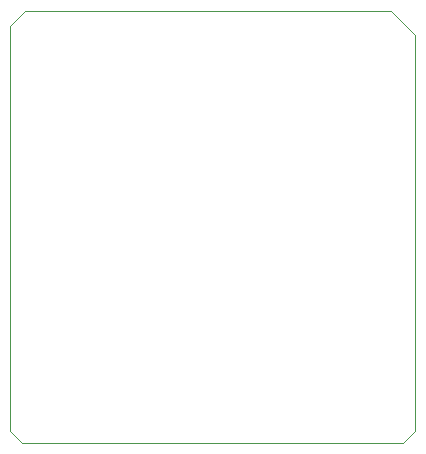
<source format=gbr>
G04 #@! TF.GenerationSoftware,KiCad,Pcbnew,(5.1.4)-1*
G04 #@! TF.CreationDate,2019-10-26T10:40:09-04:00*
G04 #@! TF.ProjectId,USB_HubSwitch,5553425f-4875-4625-9377-697463682e6b,rev?*
G04 #@! TF.SameCoordinates,Original*
G04 #@! TF.FileFunction,Profile,NP*
%FSLAX46Y46*%
G04 Gerber Fmt 4.6, Leading zero omitted, Abs format (unit mm)*
G04 Created by KiCad (PCBNEW (5.1.4)-1) date 2019-10-26 10:40:09*
%MOMM*%
%LPD*%
G04 APERTURE LIST*
%ADD10C,0.050000*%
G04 APERTURE END LIST*
D10*
X101854000Y-77724000D02*
X102362000Y-77724000D01*
X100584000Y-78994000D02*
X101854000Y-77724000D01*
X100584000Y-83058000D02*
X100584000Y-78994000D01*
X104902000Y-114300000D02*
X129286000Y-114300000D01*
X101600000Y-114300000D02*
X104902000Y-114300000D01*
X100584000Y-113284000D02*
X101600000Y-114300000D01*
X100584000Y-110236000D02*
X100584000Y-113284000D01*
X133858000Y-114300000D02*
X134874000Y-113284000D01*
X129286000Y-114300000D02*
X133858000Y-114300000D01*
X100584000Y-83058000D02*
X100584000Y-110236000D01*
X102870000Y-77724000D02*
X102362000Y-77724000D01*
X103124000Y-77724000D02*
X102870000Y-77724000D01*
X132842000Y-77724000D02*
X103124000Y-77724000D01*
X134874000Y-79756000D02*
X132842000Y-77724000D01*
X134874000Y-80010000D02*
X134874000Y-79756000D01*
X134874000Y-80264000D02*
X134874000Y-80010000D01*
X134874000Y-113284000D02*
X134874000Y-80264000D01*
M02*

</source>
